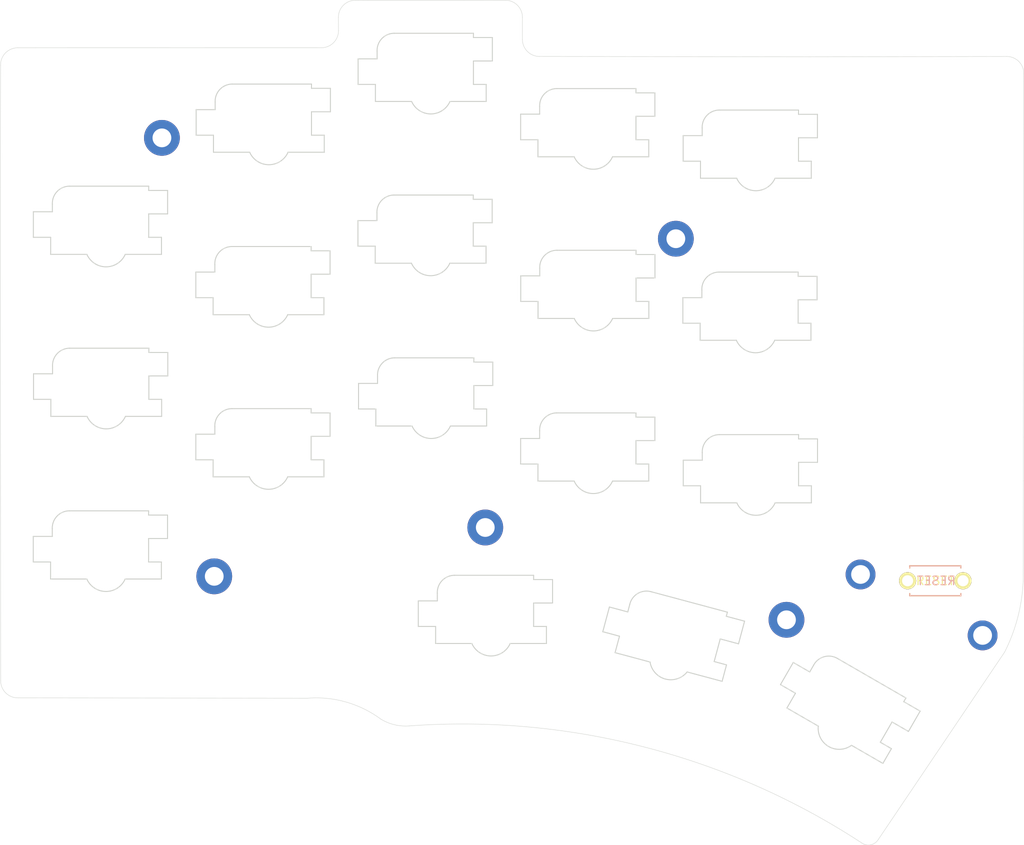
<source format=kicad_pcb>
(kicad_pcb (version 20211014) (generator pcbnew)
  (layers (0 "F.Cu" signal) (31 "B.Cu" signal) (34 "B.Paste" user) (35 "F.Paste" user) (36 "B.SilkS" user "B.Silkscreen") (37 "F.SilkS" user "F.Silkscreen") (38 "B.Mask" user) (39 "F.Mask" user) (44 "Edge.Cuts" user))
  (net 0 "")
  (footprint "swoop:M2_hole_3.5mm" (layer "F.Cu") (at 196.97 112.075)
    (fp_text reference "Ref**" hide)
    (fp_text value "Val**" hide)
    (pad "" thru_hole circle (at 0 0) (size 3.5 3.5) (drill 2.2) (layers F&B.Cu *.Mask))
  )
  (footprint "pica:Cutout_CherryMX_Hotswap" (layer "F.Cu") (at 151.3 54.92)
    (fp_text reference "SW7" hide)
    (fp_text value "SW_PUSH" hide)
    (fp_line (start -8.53 -1) (end -6.5 -1) (layer "Edge.Cuts") (width 0.12))
    (fp_line (start 5 -7) (end -4.285786 -7) (layer "Edge.Cuts") (width 0.12))
    (fp_line (start 5 -3.75) (end 7.22 -3.75) (layer "Edge.Cuts") (width 0.12))
    (fp_line (start -8.53 -4) (end -8.53 -1) (layer "Edge.Cuts") (width 0.12))
    (fp_line (start -6.3 -4) (end -6.3 -4.9) (layer "Edge.Cuts") (width 0.12))
    (fp_line (start 5 -6.5) (end 5 -7) (layer "Edge.Cuts") (width 0.12))
    (fp_line (start 7.22 -3.75) (end 7.22 -6.5) (layer "Edge.Cuts") (width 0.12))
    (fp_line (start -6.3 -4) (end -8.53 -4) (layer "Edge.Cuts") (width 0.12))
    (fp_line (start 2.25 1) (end 6.5 1) (layer "Edge.Cuts") (width 0.12))
    (fp_line (start 7.22 -6.5) (end 5 -6.5) (layer "Edge.Cuts") (width 0.12))
    (fp_line (start 5 -1) (end 5 -3.75) (layer "Edge.Cuts") (width 0.12))
    (fp_line (start 6.5 -1) (end 5 -1) (layer "Edge.Cuts") (width 0.12))
    (fp_line (start 6.5 1) (end 6.5 -1) (layer "Edge.Cuts") (width 0.12))
    (fp_line (start -6.5 -1) (end -6.5 1) (layer "Edge.Cuts") (width 0.12))
    (fp_line (start -6.5 1) (end -2.25 1) (layer "Edge.Cuts") (width 0.12))
    (fp_arc (start -6.3 -4.9) (mid -5.740696 -6.37951) (end -4.285786 -7) (layer "Edge.Cuts") (width 0.12))
    (fp_arc (start 2.25 1) (mid 0 2.462214) (end -2.25 1) (layer "Edge.Cuts") (width 0.12))
  )
  (footprint "pica:Cutout_CherryMX_Hotswap" (layer "F.Cu") (at 113.19 73.45)
    (fp_text reference "SW7" hide)
    (fp_text value "SW_PUSH" hide)
    (fp_line (start 7.22 -3.75) (end 7.22 -6.5) (layer "Edge.Cuts") (width 0.12))
    (fp_line (start 5 -7) (end -4.285786 -7) (layer "Edge.Cuts") (width 0.12))
    (fp_line (start 5 -3.75) (end 7.22 -3.75) (layer "Edge.Cuts") (width 0.12))
    (fp_line (start -8.53 -1) (end -6.5 -1) (layer "Edge.Cuts") (width 0.12))
    (fp_line (start -6.3 -4) (end -8.53 -4) (layer "Edge.Cuts") (width 0.12))
    (fp_line (start 7.22 -6.5) (end 5 -6.5) (layer "Edge.Cuts") (width 0.12))
    (fp_line (start 2.25 1) (end 6.5 1) (layer "Edge.Cuts") (width 0.12))
    (fp_line (start 6.5 -1) (end 5 -1) (layer "Edge.Cuts") (width 0.12))
    (fp_line (start 5 -6.5) (end 5 -7) (layer "Edge.Cuts") (width 0.12))
    (fp_line (start 5 -1) (end 5 -3.75) (layer "Edge.Cuts") (width 0.12))
    (fp_line (start -8.53 -4) (end -8.53 -1) (layer "Edge.Cuts") (width 0.12))
    (fp_line (start -6.3 -4) (end -6.3 -4.9) (layer "Edge.Cuts") (width 0.12))
    (fp_line (start -6.5 1) (end -2.25 1) (layer "Edge.Cuts") (width 0.12))
    (fp_line (start -6.5 -1) (end -6.5 1) (layer "Edge.Cuts") (width 0.12))
    (fp_line (start 6.5 1) (end 6.5 -1) (layer "Edge.Cuts") (width 0.12))
    (fp_arc (start -6.3 -4.9) (mid -5.740696 -6.37951) (end -4.285786 -7) (layer "Edge.Cuts") (width 0.12))
    (fp_arc (start 2.25 1) (mid 0 2.462214) (end -2.25 1) (layer "Edge.Cuts") (width 0.12))
  )
  (footprint "pica:Cutout_CherryMX_Hotswap" (layer "F.Cu") (at 132.23 48.43)
    (fp_text reference "SW7" hide)
    (fp_text value "SW_PUSH" hide)
    (fp_line (start 7.22 -3.75) (end 7.22 -6.5) (layer "Edge.Cuts") (width 0.12))
    (fp_line (start 6.5 -1) (end 5 -1) (layer "Edge.Cuts") (width 0.12))
    (fp_line (start -6.3 -4) (end -8.53 -4) (layer "Edge.Cuts") (width 0.12))
    (fp_line (start 5 -1) (end 5 -3.75) (layer "Edge.Cuts") (width 0.12))
    (fp_line (start 5 -6.5) (end 5 -7) (layer "Edge.Cuts") (width 0.12))
    (fp_line (start 5 -3.75) (end 7.22 -3.75) (layer "Edge.Cuts") (width 0.12))
    (fp_line (start 7.22 -6.5) (end 5 -6.5) (layer "Edge.Cuts") (width 0.12))
    (fp_line (start -8.53 -4) (end -8.53 -1) (layer "Edge.Cuts") (width 0.12))
    (fp_line (start -8.53 -1) (end -6.5 -1) (layer "Edge.Cuts") (width 0.12))
    (fp_line (start -6.5 -1) (end -6.5 1) (layer "Edge.Cuts") (width 0.12))
    (fp_line (start -6.5 1) (end -2.25 1) (layer "Edge.Cuts") (width 0.12))
    (fp_line (start 6.5 1) (end 6.5 -1) (layer "Edge.Cuts") (width 0.12))
    (fp_line (start 5 -7) (end -4.285786 -7) (layer "Edge.Cuts") (width 0.12))
    (fp_line (start -6.3 -4) (end -6.3 -4.9) (layer "Edge.Cuts") (width 0.12))
    (fp_line (start 2.25 1) (end 6.5 1) (layer "Edge.Cuts") (width 0.12))
    (fp_arc (start -6.3 -4.9) (mid -5.740696 -6.37951) (end -4.285786 -7) (layer "Edge.Cuts") (width 0.12))
    (fp_arc (start 2.25 1) (mid 0 2.462214) (end -2.25 1) (layer "Edge.Cuts") (width 0.12))
  )
  (footprint "" (layer "F.Cu") (at 138.62 99.415)
    (fp_text reference "" (at 0 0) (layer "F.SilkS") (effects (font (size 1.27 1.27))))
    (fp_text value "" (at 0 0) (layer "F.SilkS") (effects (font (size 1.27 1.27))))
    (pad "" thru_hole circle locked (at 0 0) (size 4.2 4.2) (drill 2.2) (layers F&B.Cu *.Mask))
  )
  (footprint "pica:Cutout_CherryMX_Hotswap" (layer "F.Cu") (at 94.12 104.46)
    (fp_text reference "SW7" hide)
    (fp_text value "SW_PUSH" hide)
    (fp_line (start -6.3 -4) (end -8.53 -4) (layer "Edge.Cuts") (width 0.12))
    (fp_line (start -6.3 -4) (end -6.3 -4.9) (layer "Edge.Cuts") (width 0.12))
    (fp_line (start 6.5 1) (end 6.5 -1) (layer "Edge.Cuts") (width 0.12))
    (fp_line (start 6.5 -1) (end 5 -1) (layer "Edge.Cuts") (width 0.12))
    (fp_line (start -6.5 -1) (end -6.5 1) (layer "Edge.Cuts") (width 0.12))
    (fp_line (start 5 -1) (end 5 -3.75) (layer "Edge.Cuts") (width 0.12))
    (fp_line (start 5 -7) (end -4.285786 -7) (layer "Edge.Cuts") (width 0.12))
    (fp_line (start -8.53 -1) (end -6.5 -1) (layer "Edge.Cuts") (width 0.12))
    (fp_line (start -8.53 -4) (end -8.53 -1) (layer "Edge.Cuts") (width 0.12))
    (fp_line (start 7.22 -3.75) (end 7.22 -6.5) (layer "Edge.Cuts") (width 0.12))
    (fp_line (start 5 -6.5) (end 5 -7) (layer "Edge.Cuts") (width 0.12))
    (fp_line (start 7.22 -6.5) (end 5 -6.5) (layer "Edge.Cuts") (width 0.12))
    (fp_line (start -6.5 1) (end -2.25 1) (layer "Edge.Cuts") (width 0.12))
    (fp_line (start 5 -3.75) (end 7.22 -3.75) (layer "Edge.Cuts") (width 0.12))
    (fp_line (start 2.25 1) (end 6.5 1) (layer "Edge.Cuts") (width 0.12))
    (fp_arc (start 2.25 1) (mid 0 2.462214) (end -2.25 1) (layer "Edge.Cuts") (width 0.12))
    (fp_arc (start -6.3 -4.9) (mid -5.740696 -6.37951) (end -4.285786 -7) (layer "Edge.Cuts") (width 0.12))
  )
  (footprint "pica:Cutout_CherryMX_Hotswap" (layer "F.Cu") (at 94.15 85.38)
    (fp_text reference "SW7" hide)
    (fp_text value "SW_PUSH" hide)
    (fp_line (start -6.3 -4) (end -6.3 -4.9) (layer "Edge.Cuts") (width 0.12))
    (fp_line (start 5 -1) (end 5 -3.75) (layer "Edge.Cuts") (width 0.12))
    (fp_line (start -8.53 -1) (end -6.5 -1) (layer "Edge.Cuts") (width 0.12))
    (fp_line (start 7.22 -3.75) (end 7.22 -6.5) (layer "Edge.Cuts") (width 0.12))
    (fp_line (start 2.25 1) (end 6.5 1) (layer "Edge.Cuts") (width 0.12))
    (fp_line (start 5 -7) (end -4.285786 -7) (layer "Edge.Cuts") (width 0.12))
    (fp_line (start -6.3 -4) (end -8.53 -4) (layer "Edge.Cuts") (width 0.12))
    (fp_line (start -8.53 -4) (end -8.53 -1) (layer "Edge.Cuts") (width 0.12))
    (fp_line (start 5 -3.75) (end 7.22 -3.75) (layer "Edge.Cuts") (width 0.12))
    (fp_line (start -6.5 1) (end -2.25 1) (layer "Edge.Cuts") (width 0.12))
    (fp_line (start 6.5 1) (end 6.5 -1) (layer "Edge.Cuts") (width 0.12))
    (fp_line (start 5 -6.5) (end 5 -7) (layer "Edge.Cuts") (width 0.12))
    (fp_line (start -6.5 -1) (end -6.5 1) (layer "Edge.Cuts") (width 0.12))
    (fp_line (start 6.5 -1) (end 5 -1) (layer "Edge.Cuts") (width 0.12))
    (fp_line (start 7.22 -6.5) (end 5 -6.5) (layer "Edge.Cuts") (width 0.12))
    (fp_arc (start -6.3 -4.9) (mid -5.740696 -6.37951) (end -4.285786 -7) (layer "Edge.Cuts") (width 0.12))
    (fp_arc (start 2.25 1) (mid 0 2.462214) (end -2.25 1) (layer "Edge.Cuts") (width 0.12))
  )
  (footprint "pica:Cutout_CherryMX_Hotswap" (layer "F.Cu") (at 94.13 66.37)
    (fp_text reference "SW7" hide)
    (fp_text value "SW_PUSH" hide)
    (fp_line (start 2.25 1) (end 6.5 1) (layer "Edge.Cuts") (width 0.12))
    (fp_line (start 5 -6.5) (end 5 -7) (layer "Edge.Cuts") (width 0.12))
    (fp_line (start 6.5 -1) (end 5 -1) (layer "Edge.Cuts") (width 0.12))
    (fp_line (start -6.5 1) (end -2.25 1) (layer "Edge.Cuts") (width 0.12))
    (fp_line (start -6.5 -1) (end -6.5 1) (layer "Edge.Cuts") (width 0.12))
    (fp_line (start 7.22 -3.75) (end 7.22 -6.5) (layer "Edge.Cuts") (width 0.12))
    (fp_line (start 7.22 -6.5) (end 5 -6.5) (layer "Edge.Cuts") (width 0.12))
    (fp_line (start 5 -7) (end -4.285786 -7) (layer "Edge.Cuts") (width 0.12))
    (fp_line (start -6.3 -4) (end -6.3 -4.9) (layer "Edge.Cuts") (width 0.12))
    (fp_line (start 5 -1) (end 5 -3.75) (layer "Edge.Cuts") (width 0.12))
    (fp_line (start 5 -3.75) (end 7.22 -3.75) (layer "Edge.Cuts") (width 0.12))
    (fp_line (start -8.53 -1) (end -6.5 -1) (layer "Edge.Cuts") (width 0.12))
    (fp_line (start 6.5 1) (end 6.5 -1) (layer "Edge.Cuts") (width 0.12))
    (fp_line (start -6.3 -4) (end -8.53 -4) (layer "Edge.Cuts") (width 0.12))
    (fp_line (start -8.53 -4) (end -8.53 -1) (layer "Edge.Cuts") (width 0.12))
    (fp_arc (start -6.3 -4.9) (mid -5.740696 -6.37951) (end -4.285786 -7) (layer "Edge.Cuts") (width 0.12))
    (fp_arc (start 2.25 1) (mid 0 2.462214) (end -2.25 1) (layer "Edge.Cuts") (width 0.12))
  )
  (footprint "pica:Cutout_CherryMX_Hotswap" (layer "F.Cu") (at 151.31 73.89)
    (fp_text reference "SW7" hide)
    (fp_text value "SW_PUSH" hide)
    (fp_line (start 5 -1) (end 5 -3.75) (layer "Edge.Cuts") (width 0.12))
    (fp_line (start 7.22 -6.5) (end 5 -6.5) (layer "Edge.Cuts") (width 0.12))
    (fp_line (start 5 -7) (end -4.285786 -7) (layer "Edge.Cuts") (width 0.12))
    (fp_line (start -6.3 -4) (end -8.53 -4) (layer "Edge.Cuts") (width 0.12))
    (fp_line (start 6.5 1) (end 6.5 -1) (layer "Edge.Cuts") (width 0.12))
    (fp_line (start -8.53 -4) (end -8.53 -1) (layer "Edge.Cuts") (width 0.12))
    (fp_line (start -8.53 -1) (end -6.5 -1) (layer "Edge.Cuts") (width 0.12))
    (fp_line (start 7.22 -3.75) (end 7.22 -6.5) (layer "Edge.Cuts") (width 0.12))
    (fp_line (start -6.5 1) (end -2.25 1) (layer "Edge.Cuts") (width 0.12))
    (fp_line (start -6.5 -1) (end -6.5 1) (layer "Edge.Cuts") (width 0.12))
    (fp_line (start 5 -3.75) (end 7.22 -3.75) (layer "Edge.Cuts") (width 0.12))
    (fp_line (start 6.5 -1) (end 5 -1) (layer "Edge.Cuts") (width 0.12))
    (fp_line (start 2.25 1) (end 6.5 1) (layer "Edge.Cuts") (width 0.12))
    (fp_line (start 5 -6.5) (end 5 -7) (layer "Edge.Cuts") (width 0.12))
    (fp_line (start -6.3 -4) (end -6.3 -4.9) (layer "Edge.Cuts") (width 0.12))
    (fp_arc (start -6.3 -4.9) (mid -5.740696 -6.37951) (end -4.285786 -7) (layer "Edge.Cuts") (width 0.12))
    (fp_arc (start 2.25 1) (mid 0 2.462214) (end -2.25 1) (layer "Edge.Cuts") (width 0.12))
  )
  (footprint "" (layer "F.Cu") (at 173.96 110.245)
    (fp_text reference "" (at 0 0) (layer "F.SilkS") (effects (font (size 1.27 1.27))))
    (fp_text value "" (at 0 0) (layer "F.SilkS") (effects (font (size 1.27 1.27))))
    (pad "" thru_hole circle locked (at 0 0) (size 4.2 4.2) (drill 2.2) (layers F&B.Cu *.Mask))
  )
  (footprint "pica:Cutout_CherryMX_Hotswap" (layer "F.Cu") (at 170.33 76.45)
    (fp_text reference "SW7" hide)
    (fp_text value "SW_PUSH" hide)
    (fp_line (start -6.5 1) (end -2.25 1) (layer "Edge.Cuts") (width 0.12))
    (fp_line (start 2.25 1) (end 6.5 1) (layer "Edge.Cuts") (width 0.12))
    (fp_line (start -6.3 -4) (end -8.53 -4) (layer "Edge.Cuts") (width 0.12))
    (fp_line (start 7.22 -3.75) (end 7.22 -6.5) (layer "Edge.Cuts") (width 0.12))
    (fp_line (start 6.5 1) (end 6.5 -1) (layer "Edge.Cuts") (width 0.12))
    (fp_line (start -6.5 -1) (end -6.5 1) (layer "Edge.Cuts") (width 0.12))
    (fp_line (start 5 -1) (end 5 -3.75) (layer "Edge.Cuts") (width 0.12))
    (fp_line (start 5 -7) (end -4.285786 -7) (layer "Edge.Cuts") (width 0.12))
    (fp_line (start 5 -3.75) (end 7.22 -3.75) (layer "Edge.Cuts") (width 0.12))
    (fp_line (start -6.3 -4) (end -6.3 -4.9) (layer "Edge.Cuts") (width 0.12))
    (fp_line (start -8.53 -1) (end -6.5 -1) (layer "Edge.Cuts") (width 0.12))
    (fp_line (start -8.53 -4) (end -8.53 -1) (layer "Edge.Cuts") (width 0.12))
    (fp_line (start 7.22 -6.5) (end 5 -6.5) (layer "Edge.Cuts") (width 0.12))
    (fp_line (start 5 -6.5) (end 5 -7) (layer "Edge.Cuts") (width 0.12))
    (fp_line (start 6.5 -1) (end 5 -1) (layer "Edge.Cuts") (width 0.12))
    (fp_arc (start -6.3 -4.9) (mid -5.740696 -6.37951) (end -4.285786 -7) (layer "Edge.Cuts") (width 0.12))
    (fp_arc (start 2.25 1) (mid 0 2.462214) (end -2.25 1) (layer "Edge.Cuts") (width 0.12))
  )
  (footprint "pica:Cutout_CherryMX_Hotswap" (layer "F.Cu") (at 170.37 57.44)
    (fp_text reference "SW7" hide)
    (fp_text value "SW_PUSH" hide)
    (fp_line (start -6.5 1) (end -2.25 1) (layer "Edge.Cuts") (width 0.12))
    (fp_line (start 6.5 -1) (end 5 -1) (layer "Edge.Cuts") (width 0.12))
    (fp_line (start 7.22 -3.75) (end 7.22 -6.5) (layer "Edge.Cuts") (width 0.12))
    (fp_line (start 5 -7) (end -4.285786 -7) (layer "Edge.Cuts") (width 0.12))
    (fp_line (start 5 -1) (end 5 -3.75) (layer "Edge.Cuts") (width 0.12))
    (fp_line (start 6.5 1) (end 6.5 -1) (layer "Edge.Cuts") (width 0.12))
    (fp_line (start -6.3 -4) (end -8.53 -4) (layer "Edge.Cuts") (width 0.12))
    (fp_line (start -6.5 -1) (end -6.5 1) (layer "Edge.Cuts") (width 0.12))
    (fp_line (start -8.53 -4) (end -8.53 -1) (layer "Edge.Cuts") (width 0.12))
    (fp_line (start -6.3 -4) (end -6.3 -4.9) (layer "Edge.Cuts") (width 0.12))
    (fp_line (start -8.53 -1) (end -6.5 -1) (layer "Edge.Cuts") (width 0.12))
    (fp_line (start 7.22 -6.5) (end 5 -6.5) (layer "Edge.Cuts") (width 0.12))
    (fp_line (start 5 -3.75) (end 7.22 -3.75) (layer "Edge.Cuts") (width 0.12))
    (fp_line (start 2.25 1) (end 6.5 1) (layer "Edge.Cuts") (width 0.12))
    (fp_line (start 5 -6.5) (end 5 -7) (layer "Edge.Cuts") (width 0.12))
    (fp_arc (start -6.3 -4.9) (mid -5.740696 -6.37951) (end -4.285786 -7) (layer "Edge.Cuts") (width 0.12))
    (fp_arc (start 2.25 1) (mid 0 2.462214) (end -2.25 1) (layer "Edge.Cuts") (width 0.12))
  )
  (footprint "pica:Cutout_CherryMX_Hotswap" (layer "F.Cu") (at 151.3 92.97)
    (fp_text reference "SW7" hide)
    (fp_text value "SW_PUSH" hide)
    (fp_line (start 5 -1) (end 5 -3.75) (layer "Edge.Cuts") (width 0.12))
    (fp_line (start -6.3 -4) (end -6.3 -4.9) (layer "Edge.Cuts") (width 0.12))
    (fp_line (start -6.3 -4) (end -8.53 -4) (layer "Edge.Cuts") (width 0.12))
    (fp_line (start -6.5 -1) (end -6.5 1) (layer "Edge.Cuts") (width 0.12))
    (fp_line (start 5 -6.5) (end 5 -7) (layer "Edge.Cuts") (width 0.12))
    (fp_line (start -6.5 1) (end -2.25 1) (layer "Edge.Cuts") (width 0.12))
    (fp_line (start -8.53 -1) (end -6.5 -1) (layer "Edge.Cuts") (width 0.12))
    (fp_line (start 6.5 1) (end 6.5 -1) (layer "Edge.Cuts") (width 0.12))
    (fp_line (start 5 -3.75) (end 7.22 -3.75) (layer "Edge.Cuts") (width 0.12))
    (fp_line (start 7.22 -6.5) (end 5 -6.5) (layer "Edge.Cuts") (width 0.12))
    (fp_line (start 6.5 -1) (end 5 -1) (layer "Edge.Cuts") (width 0.12))
    (fp_line (start 2.25 1) (end 6.5 1) (layer "Edge.Cuts") (width 0.12))
    (fp_line (start 5 -7) (end -4.285786 -7) (layer "Edge.Cuts") (width 0.12))
    (fp_line (start -8.53 -4) (end -8.53 -1) (layer "Edge.Cuts") (width 0.12))
    (fp_line (start 7.22 -3.75) (end 7.22 -6.5) (layer "Edge.Cuts") (width 0.12))
    (fp_arc (start 2.25 1) (mid 0 2.462214) (end -2.25 1) (layer "Edge.Cuts") (width 0.12))
    (fp_arc (start -6.3 -4.9) (mid -5.740696 -6.37951) (end -4.285786 -7) (layer "Edge.Cuts") (width 0.12))
  )
  (footprint "pica:Cutout_CherryMX_Hotswap" (layer "F.Cu") (at 132.21 67.41)
    (fp_text reference "SW7" hide)
    (fp_text value "SW_PUSH" hide)
    (fp_line (start 6.5 1) (end 6.5 -1) (layer "Edge.Cuts") (width 0.12))
    (fp_line (start 5 -6.5) (end 5 -7) (layer "Edge.Cuts") (width 0.12))
    (fp_line (start -8.53 -4) (end -8.53 -1) (layer "Edge.Cuts") (width 0.12))
    (fp_line (start -6.5 1) (end -2.25 1) (layer "Edge.Cuts") (width 0.12))
    (fp_line (start 7.22 -3.75) (end 7.22 -6.5) (layer "Edge.Cuts") (width 0.12))
    (fp_line (start 5 -1) (end 5 -3.75) (layer "Edge.Cuts") (width 0.12))
    (fp_line (start 7.22 -6.5) (end 5 -6.5) (layer "Edge.Cuts") (width 0.12))
    (fp_line (start -6.5 -1) (end -6.5 1) (layer "Edge.Cuts") (width 0.12))
    (fp_line (start -6.3 -4) (end -6.3 -4.9) (layer "Edge.Cuts") (width 0.12))
    (fp_line (start 5 -7) (end -4.285786 -7) (layer "Edge.Cuts") (width 0.12))
    (fp_line (start 2.25 1) (end 6.5 1) (layer "Edge.Cuts") (width 0.12))
    (fp_line (start -8.53 -1) (end -6.5 -1) (layer "Edge.Cuts") (width 0.12))
    (fp_line (start 6.5 -1) (end 5 -1) (layer "Edge.Cuts") (width 0.12))
    (fp_line (start 5 -3.75) (end 7.22 -3.75) (layer "Edge.Cuts") (width 0.12))
    (fp_line (start -6.3 -4) (end -8.53 -4) (layer "Edge.Cuts") (width 0.12))
    (fp_arc (start 2.25 1) (mid 0 2.462214) (end -2.25 1) (layer "Edge.Cuts") (width 0.12))
    (fp_arc (start -6.3 -4.9) (mid -5.740696 -6.37951) (end -4.285786 -7) (layer "Edge.Cuts") (width 0.12))
  )
  (footprint "swoop:M2_hole_3.5mm" (layer "F.Cu") (at 182.65 104.925)
    (fp_text reference "Ref**" hide)
    (fp_text value "Val**" hide)
    (pad "" thru_hole circle (at 0 0) (size 3.5 3.5) (drill 2.2) (layers F&B.Cu *.Mask))
  )
  (footprint "kbd:ResetSW" (layer "F.Cu") (at 191.42 105.665)
    (fp_text reference "RSW1" hide)
    (fp_text value "SW_PUSH" hide)
    (fp_text user "RESET" (at 0.127 0) (layer "B.SilkS") (effects (justify mirror)))
    (fp_text user "RESET" (at 0 0) (layer "F.SilkS"))
    (fp_line (start -3 -1.5) (end -3 -1.75) (layer "B.SilkS") (width 0.15))
    (fp_line (start 3 1.75) (end -3 1.75) (layer "B.SilkS") (width 0.15))
    (fp_line (start -3 -1.75) (end 3 -1.75) (layer "B.SilkS") (width 0.15))
    (fp_line (start 3 -1.75) (end 3 -1.5) (layer "B.SilkS") (width 0.15))
    (fp_line (start -3 1.75) (end -3 1.5) (layer "B.SilkS") (width 0.15))
    (fp_line (start 3 1.5) (end 3 1.75) (layer "B.SilkS") (width 0.15))
    (fp_line (start 3 1.75) (end 3 1.5) (layer "F.SilkS") (width 0.15))
    (fp_line (start 3 -1.75) (end 3 -1.5) (layer "F.SilkS") (width 0.15))
    (fp_line (start -3 1.75) (end 3 1.75) (layer "F.SilkS") (width 0.15))
    (fp_line (start -3 -1.75) (end -3 -1.5) (layer "F.SilkS") (width 0.15))
    (fp_line (start -3 1.75) (end -3 1.5) (layer "F.SilkS") (width 0.15))
    (fp_line (start -3 -1.75) (end 3 -1.75) (layer "F.SilkS") (width 0.15))
    (pad "1" thru_hole circle locked (at 3.25 0) (size 2 2) (drill 1.3) (layers F&B.Cu *.Mask "F.SilkS"))
    (pad "2" thru_hole circle locked (at -3.25 0) (size 2 2) (drill 1.3) (layers F&B.Cu *.Mask "F.SilkS"))
  )
  (footprint "" (layer "F.Cu") (at 106.82 105.145)
    (fp_text reference "" (at 0 0) (layer "F.SilkS") (effects (font (size 1.27 1.27))))
    (fp_text value "" (at 0 0) (layer "F.SilkS") (effects (font (size 1.27 1.27))))
    (pad "" thru_hole circle locked (at 0 0) (size 4.2 4.2) (drill 2.2) (layers F&B.Cu *.Mask))
  )
  (footprint "pica:Cutout_CherryMX_Hotswap" (layer "F.Cu") (at 113.19 92.47)
    (fp_text reference "SW7" hide)
    (fp_text value "SW_PUSH" hide)
    (fp_line (start 5 -6.5) (end 5 -7) (layer "Edge.Cuts") (width 0.12))
    (fp_line (start 5 -7) (end -4.285786 -7) (layer "Edge.Cuts") (width 0.12))
    (fp_line (start 7.22 -3.75) (end 7.22 -6.5) (layer "Edge.Cuts") (width 0.12))
    (fp_line (start -6.3 -4) (end -8.53 -4) (layer "Edge.Cuts") (width 0.12))
    (fp_line (start -8.53 -4) (end -8.53 -1) (layer "Edge.Cuts") (width 0.12))
    (fp_line (start -6.3 -4) (end -6.3 -4.9) (layer "Edge.Cuts") (width 0.12))
    (fp_line (start -6.5 1) (end -2.25 1) (layer "Edge.Cuts") (width 0.12))
    (fp_line (start -8.53 -1) (end -6.5 -1) (layer "Edge.Cuts") (width 0.12))
    (fp_line (start -6.5 -1) (end -6.5 1) (layer "Edge.Cuts") (width 0.12))
    (fp_line (start 6.5 -1) (end 5 -1) (layer "Edge.Cuts") (width 0.12))
    (fp_line (start 5 -3.75) (end 7.22 -3.75) (layer "Edge.Cuts") (width 0.12))
    (fp_line (start 7.22 -6.5) (end 5 -6.5) (layer "Edge.Cuts") (width 0.12))
    (fp_line (start 6.5 1) (end 6.5 -1) (layer "Edge.Cuts") (width 0.12))
    (fp_line (start 2.25 1) (end 6.5 1) (layer "Edge.Cuts") (width 0.12))
    (fp_line (start 5 -1) (end 5 -3.75) (layer "Edge.Cuts") (width 0.12))
    (fp_arc (start 2.25 1) (mid 0 2.462214) (end -2.25 1) (layer "Edge.Cuts") (width 0.12))
    (fp_arc (start -6.3 -4.9) (mid -5.740696 -6.37951) (end -4.285786 -7) (layer "Edge.Cuts") (width 0.12))
  )
  (footprint "swoop:MX_socket_reversible" (layer "F.Cu") (at 160.455078 114.834862 -15)
    (fp_text reference "SW17" hide)
    (fp_text value "MX" hide)
    (fp_line (start -6.57 1) (end -2.32 1) (layer "Edge.Cuts") (width 0.12))
    (fp_line (start 7.15 -3.75) (end 7.15 -6.5) (layer "Edge.Cuts") (width 0.12))
    (fp_line (start -6.37 -4) (end -6.37 -4.9) (layer "Edge.Cuts") (width 0.12))
    (fp_line (start 2.18 1) (end 6.43 1) (layer "Edge.Cuts") (width 0.12))
    (fp_line (start 7.15 -6.5) (end 4.93 -6.5) (layer "Edge.Cuts") (width 0.12))
    (fp_line (start -8.6 -4) (end -8.6 -1) (layer "Edge.Cuts") (width 0.12))
    (fp_line (start 4.93 -1) (end 4.93 -3.75) (layer "Edge.Cuts") (width 0.12))
    (fp_line (start -8.6 -1) (end -6.57 -1) (layer "Edge.Cuts") (width 0.12))
    (fp_line (start 4.93 -3.75) (end 7.15 -3.75) (layer "Edge.Cuts") (width 0.12))
    (fp_line (start 4.93 -7) (end -4.355786 -7) (layer "Edge.Cuts") (width 0.12))
    (fp_line (start 6.43 1) (end 6.43 -1) (layer "Edge.Cuts") (width 0.12))
    (fp_line (start -6.57 -1) (end -6.57 1) (layer "Edge.Cuts") (width 0.12))
    (fp_line (start 4.93 -6.5) (end 4.93 -7) (layer "Edge.Cuts") (width 0.12))
    (fp_line (start -6.37 -4) (end -8.6 -4) (layer "Edge.Cuts") (width 0.12))
    (fp_line (start 6.43 -1) (end 4.93 -1) (layer "Edge.Cuts") (width 0.12))
    (fp_arc (start -6.37 -4.9) (mid -5.810696 -6.37951) (end -4.355786 -7) (layer "Edge.Cuts") (width 0.12))
    (fp_arc (start 2.18 1) (mid -0.07 2.462214) (end -2.32 1) (layer "Edge.Cuts") (width 0.12))
  )
  (footprint "" (layer "F.Cu") (at 100.683294 53.701197)
    (fp_text reference "" (at 0 0) (layer "F.SilkS") (effects (font (size 1.27 1.27))))
    (fp_text value "" (at 0 0) (layer "F.SilkS") (effects (font (size 1.27 1.27))))
    (pad "" thru_hole circle locked (at 0 0) (size 4.2 4.2) (drill 2.2) (layers F&B.Cu *.Mask))
  )
  (footprint "pica:Cutout_CherryMX_Hotswap" (layer "F.Cu") (at 132.28 86.51)
    (fp_text reference "SW7" hide)
    (fp_text value "SW_PUSH" hide)
    (fp_line (start -6.3 -4) (end -6.3 -4.9) (layer "Edge.Cuts") (width 0.12))
    (fp_line (start 6.5 1) (end 6.5 -1) (layer "Edge.Cuts") (width 0.12))
    (fp_line (start 5 -7) (end -4.285786 -7) (layer "Edge.Cuts") (width 0.12))
    (fp_line (start -6.5 1) (end -2.25 1) (layer "Edge.Cuts") (width 0.12))
    (fp_line (start -6.5 -1) (end -6.5 1) (layer "Edge.Cuts") (width 0.12))
    (fp_line (start 6.5 -1) (end 5 -1) (layer "Edge.Cuts") (width 0.12))
    (fp_line (start 7.22 -6.5) (end 5 -6.5) (layer "Edge.Cuts") (width 0.12))
    (fp_line (start -6.3 -4) (end -8.53 -4) (layer "Edge.Cuts") (width 0.12))
    (fp_line (start -8.53 -1) (end -6.5 -1) (layer "Edge.Cuts") (width 0.12))
    (fp_line (start 5 -1) (end 5 -3.75) (layer "Edge.Cuts") (width 0.12))
    (fp_line (start 2.25 1) (end 6.5 1) (layer "Edge.Cuts") (width 0.12))
    (fp_line (start 5 -3.75) (end 7.22 -3.75) (layer "Edge.Cuts") (width 0.12))
    (fp_line (start -8.53 -4) (end -8.53 -1) (layer "Edge.Cuts") (width 0.12))
    (fp_line (start 5 -6.5) (end 5 -7) (layer "Edge.Cuts") (width 0.12))
    (fp_line (start 7.22 -3.75) (end 7.22 -6.5) (layer "Edge.Cuts") (width 0.12))
    (fp_arc (start -6.3 -4.9) (mid -5.740696 -6.37951) (end -4.285786 -7) (layer "Edge.Cuts") (width 0.12))
    (fp_arc (start 2.25 1) (mid 0 2.462214) (end -2.25 1) (layer "Edge.Cuts") (width 0.12))
  )
  (footprint "pica:Cutout_CherryMX_Hotswap" (layer "F.Cu") (at 170.38 95.52)
    (fp_text reference "SW7" hide)
    (fp_text value "SW_PUSH" hide)
    (fp_line (start 7.22 -6.5) (end 5 -6.5) (layer "Edge.Cuts") (width 0.12))
    (fp_line (start 6.5 1) (end 6.5 -1) (layer "Edge.Cuts") (width 0.12))
    (fp_line (start 5 -1) (end 5 -3.75) (layer "Edge.Cuts") (width 0.12))
    (fp_line (start 5 -3.75) (end 7.22 -3.75) (layer "Edge.Cuts") (width 0.12))
    (fp_line (start 2.25 1) (end 6.5 1) (layer "Edge.Cuts") (width 0.12))
    (fp_line (start 5 -7) (end -4.285786 -7) (layer "Edge.Cuts") (width 0.12))
    (fp_line (start -8.53 -1) (end -6.5 -1) (layer "Edge.Cuts") (width 0.12))
    (fp_line (start -6.5 -1) (end -6.5 1) (layer "Edge.Cuts") (width 0.12))
    (fp_line (start -6.3 -4) (end -8.53 -4) (layer "Edge.Cuts") (width 0.12))
    (fp_line (start -6.5 1) (end -2.25 1) (layer "Edge.Cuts") (width 0.12))
    (fp_line (start 6.5 -1) (end 5 -1) (layer "Edge.Cuts") (width 0.12))
    (fp_line (start -6.3 -4) (end -6.3 -4.9) (layer "Edge.Cuts") (width 0.12))
    (fp_line (start 5 -6.5) (end 5 -7) (layer "Edge.Cuts") (width 0.12))
    (fp_line (start -8.53 -4) (end -8.53 -1) (layer "Edge.Cuts") (width 0.12))
    (fp_line (start 7.22 -3.75) (end 7.22 -6.5) (layer "Edge.Cuts") (width 0.12))
    (fp_arc (start 2.25 1) (mid 0 2.462214) (end -2.25 1) (layer "Edge.Cuts") (width 0.12))
    (fp_arc (start -6.3 -4.9) (mid -5.740696 -6.37951) (end -4.285786 -7) (layer "Edge.Cuts") (width 0.12))
  )
  (footprint "" (layer "F.Cu") (at 160.98 65.535)
    (fp_text reference "" (at 0 0) (layer "F.SilkS") (effects (font (size 1.27 1.27))))
    (fp_text value "" (at 0 0) (layer "F.SilkS") (effects (font (size 1.27 1.27))))
    (pad "" thru_hole circle locked (at 0 0) (size 4.2 4.2) (drill 2.2) (layers F&B.Cu *.Mask))
  )
  (footprint "swoop:MX_socket_reversible" (layer "F.Cu") (at 180.202001 123.014552 -30)
    (fp_text reference "SW18" hide)
    (fp_text value "MX" hide)
    (fp_line (start 7.15 -6.5) (end 4.93 -6.5) (layer "Edge.Cuts") (width 0.12))
    (fp_line (start -8.6 -4) (end -8.6 -1) (layer "Edge.Cuts") (width 0.12))
    (fp_line (start 4.93 -3.75) (end 7.15 -3.75) (layer "Edge.Cuts") (width 0.12))
    (fp_line (start 4.93 -1) (end 4.93 -3.75) (layer "Edge.Cuts") (width 0.12))
    (fp_line (start -6.37 -4) (end -6.37 -4.9) (layer "Edge.Cuts") (width 0.12))
    (fp_line (start 6.43 1) (end 6.43 -1) (layer "Edge.Cuts") (width 0.12))
    (fp_line (start 4.93 -7) (end -4.355786 -7) (layer "Edge.Cuts") (width 0.12))
    (fp_line (start 7.15 -3.75) (end 7.15 -6.5) (layer "Edge.Cuts") (width 0.12))
    (fp_line (start 2.18 1) (end 6.43 1) (layer "Edge.Cuts") (width 0.12))
    (fp_line (start -6.57 -1) (end -6.57 1) (layer "Edge.Cuts") (width 0.12))
    (fp_line (start -8.6 -1) (end -6.57 -1) (layer "Edge.Cuts") (width 0.12))
    (fp_line (start 4.93 -6.5) (end 4.93 -7) (layer "Edge.Cuts") (width 0.12))
    (fp_line (start -6.57 1) (end -2.32 1) (layer "Edge.Cuts") (width 0.12))
    (fp_line (start -6.37 -4) (end -8.6 -4) (layer "Edge.Cuts") (width 0.12))
    (fp_line (start 6.43 -1) (end 4.93 -1) (layer "Edge.Cuts") (width 0.12))
    (fp_arc (start 2.18 1) (mid -0.07 2.462214) (end -2.32 1) (layer "Edge.Cuts") (width 0.12))
    (fp_arc (start -6.37 -4.9) (mid -5.810696 -6.37951) (end -4.355786 -7) (layer "Edge.Cuts") (width 0.12))
  )
  (footprint "pica:Cutout_CherryMX_Hotswap" (layer "F.Cu") (at 113.23 54.39)
    (fp_text reference "SW7" hide)
    (fp_text value "SW_PUSH" hide)
    (fp_line (start 5 -3.75) (end 7.22 -3.75) (layer "Edge.Cuts") (width 0.12))
    (fp_line (start 6.5 1) (end 6.5 -1) (layer "Edge.Cuts") (width 0.12))
    (fp_line (start -6.3 -4) (end -6.3 -4.9) (layer "Edge.Cuts") (width 0.12))
    (fp_line (start 6.5 -1) (end 5 -1) (layer "Edge.Cuts") (width 0.12))
    (fp_line (start -6.5 -1) (end -6.5 1) (layer "Edge.Cuts") (width 0.12))
    (fp_line (start 5 -1) (end 5 -3.75) (layer "Edge.Cuts") (width 0.12))
    (fp_line (start 2.25 1) (end 6.5 1) (layer "Edge.Cuts") (width 0.12))
    (fp_line (start -6.5 1) (end -2.25 1) (layer "Edge.Cuts") (width 0.12))
    (fp_line (start -8.53 -1) (end -6.5 -1) (layer "Edge.Cuts") (width 0.12))
    (fp_line (start 7.22 -6.5) (end 5 -6.5) (layer "Edge.Cuts") (width 0.12))
    (fp_line (start 5 -6.5) (end 5 -7) (layer "Edge.Cuts") (width 0.12))
    (fp_line (start 7.22 -3.75) (end 7.22 -6.5) (layer "Edge.Cuts") (width 0.12))
    (fp_line (start -8.53 -4) (end -8.53 -1) (layer "Edge.Cuts") (width 0.12))
    (fp_line (start -6.3 -4) (end -8.53 -4) (layer "Edge.Cuts") (width 0.12))
    (fp_line (start 5 -7) (end -4.285786 -7) (layer "Edge.Cuts") (width 0.12))
    (fp_arc (start 2.25 1) (mid 0 2.462214) (end -2.25 1) (layer "Edge.Cuts") (width 0.12))
    (fp_arc (start -6.3 -4.9) (mid -5.740696 -6.37951) (end -4.285786 -7) (layer "Edge.Cuts") (width 0.12))
  )
  (footprint "swoop:MX_socket_reversible" (layer "F.Cu") (at 139.264164 112.044643)
    (fp_text reference "SW1" hide)
    (fp_text value "MX" hide)
    (fp_line (start 7.25 -3.77) (end 7.25 -6.52) (layer "Edge.Cuts") (width 0.12))
    (fp_line (start 6.53 0.98) (end 6.53 -1.02) (layer "Edge.Cuts") (width 0.12))
    (fp_line (start -8.5 -4.02) (end -8.5 -1.02) (layer "Edge.Cuts") (width 0.12))
    (fp_line (start 5.03 -1.02) (end 5.03 -3.77) (layer "Edge.Cuts") (width 0.12))
    (fp_line (start 5.03 -3.77) (end 7.25 -3.77) (layer "Edge.Cuts") (width 0.12))
    (fp_line (start 5.03 -6.52) (end 5.03 -7.02) (layer "Edge.Cuts") (width 0.12))
    (fp_line (start 2.28 0.98) (end 6.53 0.98) (layer "Edge.Cuts") (width 0.12))
    (fp_line (start -8.5 -1.02) (end -6.47 -1.02) (layer "Edge.Cuts") (width 0.12))
    (fp_line (start 6.53 -1.02) (end 5.03 -1.02) (layer "Edge.Cuts") (width 0.12))
    (fp_line (start -6.47 0.98) (end -2.22 0.98) (layer "Edge.Cuts") (width 0.12))
    (fp_line (start 5.03 -7.02) (end -4.255786 -7.02) (layer "Edge.Cuts") (width 0.12))
    (fp_line (start -6.47 -1.02) (end -6.47 0.98) (layer "Edge.Cuts") (width 0.12))
    (fp_line (start -6.27 -4.02) (end -6.27 -4.92) (layer "Edge.Cuts") (width 0.12))
    (fp_line (start -6.27 -4.02) (end -8.5 -4.02) (layer "Edge.Cuts") (width 0.12))
    (fp_line (start 7.25 -6.52) (end 5.03 -6.52) (layer "Edge.Cuts") (width 0.12))
    (fp_arc (start 2.28 0.98) (mid 0.03 2.442214) (end -2.22 0.98) (layer "Edge.Cuts") (width 0.12))
    (fp_arc (start -6.27 -4.92) (mid -5.710696 -6.39951) (end -4.255786 -7.02) (layer "Edge.Cuts") (width 0.12))
  )
  (gr_line (start 184.721678 136.037677) (end 199.56 114.025) (layer "Edge.Cuts") (width 0.05))
  (gr_line (start 83.764236 119.400856) (end 117.77 119.445) (layer "Edge.Cuts") (width 0.05))
  (gr_arc (start 121.39915 41.126961) (mid 120.813289 42.541193) (end 119.399014 43.126948) (layer "Edge.Cuts") (width 0.05))
  (gr_line (start 119.399014 43.126948) (end 100.133294 43.131197) (layer "Edge.Cuts") (width 0.05))
  (gr_line (start 100.133294 43.131197) (end 83.757574 43.135446) (layer "Edge.Cuts") (width 0.05))
  (gr_line (start 123.387574 37.555446) (end 124.943294 37.551197) (layer "Edge.Cuts") (width 0.05))
  (gr_line (start 142.979047 39.555479) (end 142.977543 42.146917) (layer "Edge.Cuts") (width 0.05))
  (gr_arc (start 117.77 119.445) (mid 122.303967 119.898383) (end 126.39 121.915) (layer "Edge.Cuts") (width 0.05))
  (gr_line (start 201.755085 93.924299) (end 201.755085 88.844299) (layer "Edge.Cuts") (width 0.05))
  (gr_line (start 136.223294 37.551197) (end 140.97906 37.555343) (layer "Edge.Cuts") (width 0.05))
  (gr_arc (start 140.97906 37.555343) (mid 142.393309 38.141186) (end 142.979047 39.555479) (layer "Edge.Cuts") (width 0.05))
  (gr_line (start 121.39915 41.126961) (end 121.387438 39.555433) (layer "Edge.Cuts") (width 0.05))
  (gr_line (start 201.805085 47.054299) (end 201.805085 52.134299) (layer "Edge.Cuts") (width 0.05))
  (gr_arc (start 121.387438 39.555433) (mid 121.973283 38.141186) (end 123.387574 37.555446) (layer "Edge.Cuts") (width 0.05))
  (gr_line (start 201.803294 46.151197) (end 201.805085 47.054299) (layer "Edge.Cuts") (width 0.05))
  (gr_line (start 124.943294 37.551197) (end 136.223294 37.551197) (layer "Edge.Cuts") (width 0.05))
  (gr_arc (start 199.803307 44.151061) (mid 201.217516 44.736944) (end 201.803294 46.151197) (layer "Edge.Cuts") (width 0.05))
  (gr_line (start 81.754144 45.179236) (end 81.71 59.475) (layer "Edge.Cuts") (width 0.05))
  (gr_arc (start 129.71 122.695) (mid 127.989813 122.56118) (end 126.39 121.915) (layer "Edge.Cuts") (width 0.05))
  (gr_line (start 144.97753 44.147053) (end 176.71 44.195) (layer "Edge.Cuts") (width 0.05))
  (gr_line (start 176.71 44.195) (end 199.803307 44.151061) (layer "Edge.Cuts") (width 0.05))
  (gr_arc (start 129.71 122.695) (mid 157.380392 125.195216) (end 182.791678 136.427677) (layer "Edge.Cuts") (width 0.05))
  (gr_arc (start 201.729685 105.709766) (mid 201.088538 109.983156) (end 199.56 114.025) (layer "Edge.Cuts") (width 0.05))
  (gr_arc (start 184.721678 136.037677) (mid 183.839992 136.644974) (end 182.791678 136.427677) (layer "Edge.Cuts") (width 0.05))
  (gr_arc (start 144.97753 44.147053) (mid 143.563308 43.561183) (end 142.977543 42.146917) (layer "Edge.Cuts") (width 0.05))
  (gr_line (start 81.71 59.475) (end 81.764249 117.40072) (layer "Edge.Cuts") (width 0.05))
  (gr_arc (start 81.754144 45.179236) (mid 82.326571 43.73653) (end 83.757574 43.135446) (layer "Edge.Cuts") (width 0.05))
  (gr_line (start 201.729685 105.709766) (end 201.755085 93.924299) (layer "Edge.Cuts") (width 0.05))
  (gr_line (start 201.805085 52.134299) (end 201.755085 88.844299) (layer "Edge.Cuts") (width 0.05))
  (gr_arc (start 83.764236 119.400856) (mid 82.35 118.815) (end 81.764249 117.40072) (layer "Edge.Cuts") (width 0.05))
)
</source>
